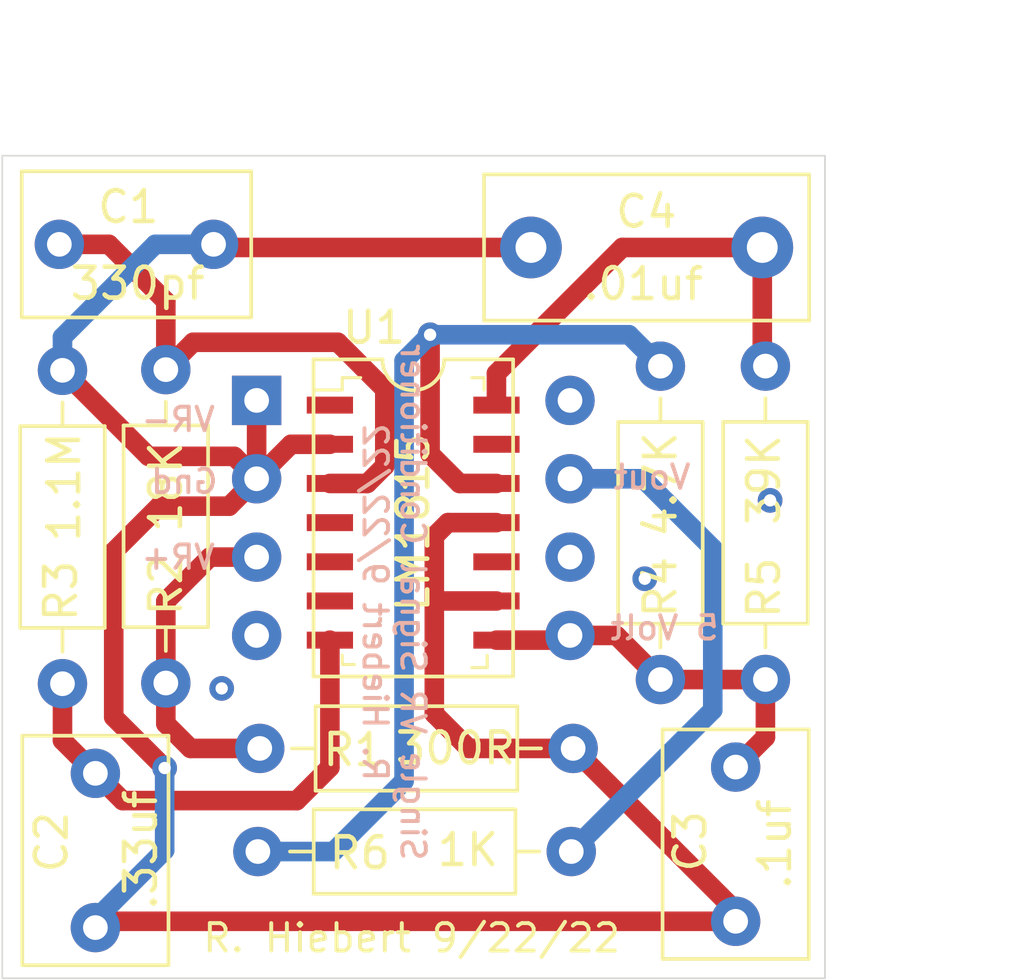
<source format=kicad_pcb>
(kicad_pcb (version 20171130) (host pcbnew "(5.1.6)-1")

  (general
    (thickness 1.6)
    (drawings 13)
    (tracks 85)
    (zones 0)
    (modules 12)
    (nets 18)
  )

  (page A4)
  (layers
    (0 F.Cu signal hide)
    (31 B.Cu signal)
    (32 B.Adhes user)
    (33 F.Adhes user)
    (34 B.Paste user)
    (35 F.Paste user)
    (36 B.SilkS user)
    (37 F.SilkS user)
    (38 B.Mask user)
    (39 F.Mask user)
    (40 Dwgs.User user)
    (41 Cmts.User user)
    (42 Eco1.User user)
    (43 Eco2.User user)
    (44 Edge.Cuts user)
    (45 Margin user)
    (46 B.CrtYd user)
    (47 F.CrtYd user)
    (48 B.Fab user)
    (49 F.Fab user)
  )

  (setup
    (last_trace_width 0.25)
    (user_trace_width 0.254)
    (user_trace_width 0.508)
    (user_trace_width 0.635)
    (user_trace_width 0.762)
    (trace_clearance 0.2)
    (zone_clearance 0.508)
    (zone_45_only no)
    (trace_min 0.2)
    (via_size 0.8)
    (via_drill 0.4)
    (via_min_size 0.4)
    (via_min_drill 0.3)
    (uvia_size 0.3)
    (uvia_drill 0.1)
    (uvias_allowed no)
    (uvia_min_size 0.2)
    (uvia_min_drill 0.1)
    (edge_width 0.05)
    (segment_width 0.2)
    (pcb_text_width 0.3)
    (pcb_text_size 1.5 1.5)
    (mod_edge_width 0.12)
    (mod_text_size 1 1)
    (mod_text_width 0.15)
    (pad_size 1.6 1.6)
    (pad_drill 0.8)
    (pad_to_mask_clearance 0.05)
    (aux_axis_origin 0 0)
    (visible_elements 7FFFF7FF)
    (pcbplotparams
      (layerselection 0x010fc_ffffffff)
      (usegerberextensions false)
      (usegerberattributes true)
      (usegerberadvancedattributes true)
      (creategerberjobfile true)
      (excludeedgelayer true)
      (linewidth 0.100000)
      (plotframeref false)
      (viasonmask false)
      (mode 1)
      (useauxorigin false)
      (hpglpennumber 1)
      (hpglpenspeed 20)
      (hpglpendiameter 15.000000)
      (psnegative false)
      (psa4output false)
      (plotreference true)
      (plotvalue true)
      (plotinvisibletext false)
      (padsonsilk false)
      (subtractmaskfromsilk false)
      (outputformat 1)
      (mirror false)
      (drillshape 0)
      (scaleselection 1)
      (outputdirectory ""))
  )

  (net 0 "")
  (net 1 "Net-(C1-Pad1)")
  (net 2 "Net-(C2-Pad1)")
  (net 3 "Net-(C4-Pad1)")
  (net 4 "Net-(R4-Pad2)")
  (net 5 "Net-(U1-Pad1)")
  (net 6 "Net-(U1-Pad4)")
  (net 7 "Net-(U1-Pad5)")
  (net 8 "Net-(U1-Pad6)")
  (net 9 "Net-(U1-Pad10)")
  (net 10 "Net-(U1-Pad13)")
  (net 11 VR-)
  (net 12 5Volt)
  (net 13 VR+)
  (net 14 Vout)
  (net 15 "Net-(U2-Pad8)")
  (net 16 "Net-(U2-Pad4)")
  (net 17 "Net-(U2-Pad6)")

  (net_class Default "This is the default net class."
    (clearance 0.2)
    (trace_width 0.25)
    (via_dia 0.8)
    (via_drill 0.4)
    (uvia_dia 0.3)
    (uvia_drill 0.1)
    (add_net 5Volt)
    (add_net "Net-(C1-Pad1)")
    (add_net "Net-(C2-Pad1)")
    (add_net "Net-(C4-Pad1)")
    (add_net "Net-(R4-Pad2)")
    (add_net "Net-(U1-Pad1)")
    (add_net "Net-(U1-Pad10)")
    (add_net "Net-(U1-Pad13)")
    (add_net "Net-(U1-Pad4)")
    (add_net "Net-(U1-Pad5)")
    (add_net "Net-(U1-Pad6)")
    (add_net "Net-(U2-Pad4)")
    (add_net "Net-(U2-Pad6)")
    (add_net "Net-(U2-Pad8)")
    (add_net VR+)
    (add_net VR-)
    (add_net Vout)
  )

  (module Package_DIP:DIP-8_W10.16mm (layer F.Cu) (tedit 5A02E8C5) (tstamp 63362CFC)
    (at 133.97484 85.91296)
    (descr "8-lead though-hole mounted DIP package, row spacing 10.16 mm (400 mils)")
    (tags "THT DIP DIL PDIP 2.54mm 10.16mm 400mil")
    (path /63366AA7)
    (fp_text reference U2 (at 3.91668 -5.7658) (layer F.Fab)
      (effects (font (size 1 1) (thickness 0.15)))
    )
    (fp_text value DIP8 (at 3.90652 -4.2418) (layer F.Fab)
      (effects (font (size 1 1) (thickness 0.15)))
    )
    (fp_line (start 11.25 -1.55) (end -1.05 -1.55) (layer F.CrtYd) (width 0.05))
    (fp_line (start 11.25 9.15) (end 11.25 -1.55) (layer F.CrtYd) (width 0.05))
    (fp_line (start -1.05 9.15) (end 11.25 9.15) (layer F.CrtYd) (width 0.05))
    (fp_line (start -1.05 -1.55) (end -1.05 9.15) (layer F.CrtYd) (width 0.05))
    (fp_line (start 8.315 -1.33) (end 6.08 -1.33) (layer F.SilkS) (width 0.12))
    (fp_line (start 8.315 8.95) (end 8.315 -1.33) (layer F.SilkS) (width 0.12))
    (fp_line (start 1.845 8.95) (end 8.315 8.95) (layer F.SilkS) (width 0.12))
    (fp_line (start 1.845 -1.33) (end 1.845 8.95) (layer F.SilkS) (width 0.12))
    (fp_line (start 4.08 -1.33) (end 1.845 -1.33) (layer F.SilkS) (width 0.12))
    (fp_line (start 1.905 -0.27) (end 2.905 -1.27) (layer F.Fab) (width 0.1))
    (fp_line (start 1.905 8.89) (end 1.905 -0.27) (layer F.Fab) (width 0.1))
    (fp_line (start 8.255 8.89) (end 1.905 8.89) (layer F.Fab) (width 0.1))
    (fp_line (start 8.255 -1.27) (end 8.255 8.89) (layer F.Fab) (width 0.1))
    (fp_line (start 2.905 -1.27) (end 8.255 -1.27) (layer F.Fab) (width 0.1))
    (fp_text user %R (at 3.90652 -5.8166) (layer F.Fab)
      (effects (font (size 1 1) (thickness 0.15)))
    )
    (fp_arc (start 5.08 -1.33) (end 4.08 -1.33) (angle -180) (layer F.SilkS) (width 0.12))
    (pad 8 thru_hole oval (at 10.16 0) (size 1.6 1.6) (drill 0.8) (layers *.Cu *.Mask)
      (net 15 "Net-(U2-Pad8)"))
    (pad 4 thru_hole oval (at 0 7.62) (size 1.6 1.6) (drill 0.8) (layers *.Cu *.Mask)
      (net 16 "Net-(U2-Pad4)"))
    (pad 7 thru_hole oval (at 10.16 2.54) (size 1.6 1.6) (drill 0.8) (layers *.Cu *.Mask)
      (net 14 Vout))
    (pad 3 thru_hole oval (at 0 5.08) (size 1.6 1.6) (drill 0.8) (layers *.Cu *.Mask)
      (net 13 VR+))
    (pad 6 thru_hole oval (at 10.16 5.08) (size 1.6 1.6) (drill 0.8) (layers *.Cu *.Mask)
      (net 17 "Net-(U2-Pad6)"))
    (pad 2 thru_hole oval (at 0 2.54) (size 1.6 1.6) (drill 0.8) (layers *.Cu *.Mask)
      (net 11 VR-))
    (pad 5 thru_hole oval (at 10.16 7.62) (size 1.6 1.6) (drill 0.8) (layers *.Cu *.Mask)
      (net 12 5Volt))
    (pad 1 thru_hole rect (at 0 0) (size 1.6 1.6) (drill 0.8) (layers *.Cu *.Mask)
      (net 11 VR-))
    (model ${KISYS3DMOD}/Package_DIP.3dshapes/DIP-8_W10.16mm.wrl
      (at (xyz 0 0 0))
      (scale (xyz 1 1 1))
      (rotate (xyz 0 0 0))
    )
  )

  (module digikey-footprints:SOIC-14_W3.9mm (layer F.Cu) (tedit 632D1A20) (tstamp 632D7554)
    (at 139.04976 89.87536 270)
    (path /632DB4D9)
    (attr smd)
    (fp_text reference U1 (at -6.3246 1.27) (layer F.SilkS)
      (effects (font (size 1 1) (thickness 0.15)))
    )
    (fp_text value LM1815 (at 0 0 270) (layer F.SilkS)
      (effects (font (size 1 1) (thickness 0.15)))
    )
    (fp_line (start 4.65 -3.7) (end 4.65 3.7) (layer F.CrtYd) (width 0.05))
    (fp_line (start -4.65 3.7) (end -4.65 -3.7) (layer F.CrtYd) (width 0.05))
    (fp_line (start -4.65 3.7) (end 4.65 3.7) (layer F.CrtYd) (width 0.05))
    (fp_line (start 4.65 -3.7) (end -4.65 -3.7) (layer F.CrtYd) (width 0.05))
    (fp_line (start 4.3 2.3) (end 4.6 2.3) (layer F.SilkS) (width 0.1))
    (fp_line (start 4.6 2.3) (end 4.6 1.9) (layer F.SilkS) (width 0.1))
    (fp_line (start 4.3 -2.4) (end 4.7 -2.4) (layer F.SilkS) (width 0.1))
    (fp_line (start 4.7 -2.4) (end 4.7 -1.9) (layer F.SilkS) (width 0.1))
    (fp_line (start -4.3 -2.3) (end -4.7 -2.3) (layer F.SilkS) (width 0.1))
    (fp_line (start -4.7 -2.3) (end -4.7 -1.9) (layer F.SilkS) (width 0.1))
    (fp_line (start -4.7 1.7) (end -4.7 2.3) (layer F.SilkS) (width 0.1))
    (fp_line (start -4.7 2.3) (end -4.3 2.3) (layer F.SilkS) (width 0.1))
    (fp_line (start -4.3 2.3) (end -4.3 3.2) (layer F.SilkS) (width 0.1))
    (fp_line (start -4.4 2) (end 4.4 2) (layer F.Fab) (width 0.1))
    (fp_line (start -4.4 -2) (end 4.4 -2) (layer F.Fab) (width 0.1))
    (fp_line (start 4.4 -2) (end 4.4 2) (layer F.Fab) (width 0.1))
    (fp_line (start -4.4 -2) (end -4.4 2) (layer F.Fab) (width 0.1))
    (fp_text user REF** (at 0 0 270) (layer F.Fab)
      (effects (font (size 1 1) (thickness 0.15)))
    )
    (pad 1 smd rect (at -3.81 2.7 270) (size 0.55 1.5) (layers F.Cu F.Paste F.Mask)
      (net 5 "Net-(U1-Pad1)") (solder_mask_margin 0.07))
    (pad 2 smd rect (at -2.54 2.7 270) (size 0.55 1.5) (layers F.Cu F.Paste F.Mask)
      (net 11 VR-) (solder_mask_margin 0.07))
    (pad 3 smd rect (at -1.27 2.7 270) (size 0.55 1.5) (layers F.Cu F.Paste F.Mask)
      (net 1 "Net-(C1-Pad1)") (solder_mask_margin 0.07))
    (pad 4 smd rect (at 0 2.7 270) (size 0.55 1.5) (layers F.Cu F.Paste F.Mask)
      (net 6 "Net-(U1-Pad4)") (solder_mask_margin 0.07))
    (pad 5 smd rect (at 1.27 2.7 270) (size 0.55 1.5) (layers F.Cu F.Paste F.Mask)
      (net 7 "Net-(U1-Pad5)") (solder_mask_margin 0.07))
    (pad 6 smd rect (at 2.54 2.7 270) (size 0.55 1.5) (layers F.Cu F.Paste F.Mask)
      (net 8 "Net-(U1-Pad6)") (solder_mask_margin 0.07))
    (pad 7 smd rect (at 3.81 2.7 270) (size 0.55 1.5) (layers F.Cu F.Paste F.Mask)
      (net 2 "Net-(C2-Pad1)") (solder_mask_margin 0.07))
    (pad 8 smd rect (at 3.81 -2.7 270) (size 0.55 1.5) (layers F.Cu F.Paste F.Mask)
      (net 12 5Volt) (solder_mask_margin 0.07))
    (pad 9 smd rect (at 2.54 -2.7 270) (size 0.55 1.5) (layers F.Cu F.Paste F.Mask)
      (net 11 VR-) (solder_mask_margin 0.07))
    (pad 10 smd rect (at 1.27 -2.7 270) (size 0.55 1.5) (layers F.Cu F.Paste F.Mask)
      (net 9 "Net-(U1-Pad10)") (solder_mask_margin 0.07))
    (pad 11 smd rect (at 0 -2.7 270) (size 0.55 1.5) (layers F.Cu F.Paste F.Mask)
      (net 11 VR-) (solder_mask_margin 0.07))
    (pad 12 smd rect (at -1.27 -2.7 270) (size 0.55 1.5) (layers F.Cu F.Paste F.Mask)
      (net 4 "Net-(R4-Pad2)") (solder_mask_margin 0.07))
    (pad 13 smd rect (at -2.54 -2.7 270) (size 0.55 1.5) (layers F.Cu F.Paste F.Mask)
      (net 10 "Net-(U1-Pad13)") (solder_mask_margin 0.07))
    (pad 14 smd rect (at -3.81 -2.7 270) (size 0.55 1.5) (layers F.Cu F.Paste F.Mask)
      (net 3 "Net-(C4-Pad1)") (solder_mask_margin 0.07))
  )

  (module Capacitor_THT:C_Rect_L7.2mm_W4.5mm_P5.00mm_FKS2_FKP2_MKS2_MKP2 (layer F.Cu) (tedit 5AE50EF0) (tstamp 632D7445)
    (at 127.57912 80.85328)
    (descr "C, Rect series, Radial, pin pitch=5.00mm, , length*width=7.2*4.5mm^2, Capacitor, http://www.wima.com/EN/WIMA_FKS_2.pdf")
    (tags "C Rect series Radial pin pitch 5.00mm  length 7.2mm width 4.5mm Capacitor")
    (path /632DE3E5)
    (fp_text reference C1 (at 2.2352 -1.21412) (layer F.SilkS)
      (effects (font (size 1 1) (thickness 0.15)))
    )
    (fp_text value 330pf (at 2.54 1.27) (layer F.SilkS)
      (effects (font (size 1 1) (thickness 0.15)))
    )
    (fp_line (start 6.35 -2.5) (end -1.35 -2.5) (layer F.CrtYd) (width 0.05))
    (fp_line (start 6.35 2.5) (end 6.35 -2.5) (layer F.CrtYd) (width 0.05))
    (fp_line (start -1.35 2.5) (end 6.35 2.5) (layer F.CrtYd) (width 0.05))
    (fp_line (start -1.35 -2.5) (end -1.35 2.5) (layer F.CrtYd) (width 0.05))
    (fp_line (start 6.22 -2.37) (end 6.22 2.37) (layer F.SilkS) (width 0.12))
    (fp_line (start -1.22 -2.37) (end -1.22 2.37) (layer F.SilkS) (width 0.12))
    (fp_line (start -1.22 2.37) (end 6.22 2.37) (layer F.SilkS) (width 0.12))
    (fp_line (start -1.22 -2.37) (end 6.22 -2.37) (layer F.SilkS) (width 0.12))
    (fp_line (start 6.1 -2.25) (end -1.1 -2.25) (layer F.Fab) (width 0.1))
    (fp_line (start 6.1 2.25) (end 6.1 -2.25) (layer F.Fab) (width 0.1))
    (fp_line (start -1.1 2.25) (end 6.1 2.25) (layer F.Fab) (width 0.1))
    (fp_line (start -1.1 -2.25) (end -1.1 2.25) (layer F.Fab) (width 0.1))
    (fp_text user %R (at 2.286 -1.26492) (layer F.Fab)
      (effects (font (size 1 1) (thickness 0.15)))
    )
    (pad 2 thru_hole circle (at 5 0) (size 1.6 1.6) (drill 0.8) (layers *.Cu *.Mask)
      (net 11 VR-))
    (pad 1 thru_hole circle (at 0 0) (size 1.6 1.6) (drill 0.8) (layers *.Cu *.Mask)
      (net 1 "Net-(C1-Pad1)"))
    (model ${KISYS3DMOD}/Capacitor_THT.3dshapes/C_Rect_L7.2mm_W4.5mm_P5.00mm_FKS2_FKP2_MKS2_MKP2.wrl
      (at (xyz 0 0 0))
      (scale (xyz 1 1 1))
      (rotate (xyz 0 0 0))
    )
  )

  (module Capacitor_THT:C_Rect_L7.2mm_W4.5mm_P5.00mm_FKS2_FKP2_MKS2_MKP2 (layer F.Cu) (tedit 5AE50EF0) (tstamp 632D7458)
    (at 128.74752 98.00336 270)
    (descr "C, Rect series, Radial, pin pitch=5.00mm, , length*width=7.2*4.5mm^2, Capacitor, http://www.wima.com/EN/WIMA_FKS_2.pdf")
    (tags "C Rect series Radial pin pitch 5.00mm  length 7.2mm width 4.5mm Capacitor")
    (path /632D4AA7)
    (fp_text reference C2 (at 2.23012 1.4224 90) (layer F.SilkS)
      (effects (font (size 1 1) (thickness 0.15)))
    )
    (fp_text value .33uf (at 2.48412 -1.4732 90) (layer F.SilkS)
      (effects (font (size 1 1) (thickness 0.15)))
    )
    (fp_line (start -1.1 -2.25) (end -1.1 2.25) (layer F.Fab) (width 0.1))
    (fp_line (start -1.1 2.25) (end 6.1 2.25) (layer F.Fab) (width 0.1))
    (fp_line (start 6.1 2.25) (end 6.1 -2.25) (layer F.Fab) (width 0.1))
    (fp_line (start 6.1 -2.25) (end -1.1 -2.25) (layer F.Fab) (width 0.1))
    (fp_line (start -1.22 -2.37) (end 6.22 -2.37) (layer F.SilkS) (width 0.12))
    (fp_line (start -1.22 2.37) (end 6.22 2.37) (layer F.SilkS) (width 0.12))
    (fp_line (start -1.22 -2.37) (end -1.22 2.37) (layer F.SilkS) (width 0.12))
    (fp_line (start 6.22 -2.37) (end 6.22 2.37) (layer F.SilkS) (width 0.12))
    (fp_line (start -1.35 -2.5) (end -1.35 2.5) (layer F.CrtYd) (width 0.05))
    (fp_line (start -1.35 2.5) (end 6.35 2.5) (layer F.CrtYd) (width 0.05))
    (fp_line (start 6.35 2.5) (end 6.35 -2.5) (layer F.CrtYd) (width 0.05))
    (fp_line (start 6.35 -2.5) (end -1.35 -2.5) (layer F.CrtYd) (width 0.05))
    (fp_text user %R (at 2.23012 1.4224 90) (layer F.Fab)
      (effects (font (size 1 1) (thickness 0.15)))
    )
    (pad 1 thru_hole circle (at 0 0 270) (size 1.6 1.6) (drill 0.8) (layers *.Cu *.Mask)
      (net 2 "Net-(C2-Pad1)"))
    (pad 2 thru_hole circle (at 5 0 270) (size 1.6 1.6) (drill 0.8) (layers *.Cu *.Mask)
      (net 11 VR-))
    (model ${KISYS3DMOD}/Capacitor_THT.3dshapes/C_Rect_L7.2mm_W4.5mm_P5.00mm_FKS2_FKP2_MKS2_MKP2.wrl
      (at (xyz 0 0 0))
      (scale (xyz 1 1 1))
      (rotate (xyz 0 0 0))
    )
  )

  (module Capacitor_THT:C_Rect_L7.2mm_W4.5mm_P5.00mm_FKS2_FKP2_MKS2_MKP2 (layer F.Cu) (tedit 5AE50EF0) (tstamp 632D746B)
    (at 149.5044 97.80016 270)
    (descr "C, Rect series, Radial, pin pitch=5.00mm, , length*width=7.2*4.5mm^2, Capacitor, http://www.wima.com/EN/WIMA_FKS_2.pdf")
    (tags "C Rect series Radial pin pitch 5.00mm  length 7.2mm width 4.5mm Capacitor")
    (path /632EE56A)
    (fp_text reference C3 (at 2.40792 1.4732 90) (layer F.SilkS)
      (effects (font (size 1 1) (thickness 0.15)))
    )
    (fp_text value .1uf (at 2.5 -1.27 90) (layer F.SilkS)
      (effects (font (size 1 1) (thickness 0.15)))
    )
    (fp_line (start -1.1 -2.25) (end -1.1 2.25) (layer F.Fab) (width 0.1))
    (fp_line (start -1.1 2.25) (end 6.1 2.25) (layer F.Fab) (width 0.1))
    (fp_line (start 6.1 2.25) (end 6.1 -2.25) (layer F.Fab) (width 0.1))
    (fp_line (start 6.1 -2.25) (end -1.1 -2.25) (layer F.Fab) (width 0.1))
    (fp_line (start -1.22 -2.37) (end 6.22 -2.37) (layer F.SilkS) (width 0.12))
    (fp_line (start -1.22 2.37) (end 6.22 2.37) (layer F.SilkS) (width 0.12))
    (fp_line (start -1.22 -2.37) (end -1.22 2.37) (layer F.SilkS) (width 0.12))
    (fp_line (start 6.22 -2.37) (end 6.22 2.37) (layer F.SilkS) (width 0.12))
    (fp_line (start -1.35 -2.5) (end -1.35 2.5) (layer F.CrtYd) (width 0.05))
    (fp_line (start -1.35 2.5) (end 6.35 2.5) (layer F.CrtYd) (width 0.05))
    (fp_line (start 6.35 2.5) (end 6.35 -2.5) (layer F.CrtYd) (width 0.05))
    (fp_line (start 6.35 -2.5) (end -1.35 -2.5) (layer F.CrtYd) (width 0.05))
    (fp_text user %R (at 2.45872 1.4224 90) (layer F.Fab)
      (effects (font (size 1 1) (thickness 0.15)))
    )
    (pad 1 thru_hole circle (at 0 0 270) (size 1.6 1.6) (drill 0.8) (layers *.Cu *.Mask)
      (net 12 5Volt))
    (pad 2 thru_hole circle (at 5 0 270) (size 1.6 1.6) (drill 0.8) (layers *.Cu *.Mask)
      (net 11 VR-))
    (model ${KISYS3DMOD}/Capacitor_THT.3dshapes/C_Rect_L7.2mm_W4.5mm_P5.00mm_FKS2_FKP2_MKS2_MKP2.wrl
      (at (xyz 0 0 0))
      (scale (xyz 1 1 1))
      (rotate (xyz 0 0 0))
    )
  )

  (module Capacitor_THT:C_Rect_L10.3mm_W4.5mm_P7.50mm_MKS4 (layer F.Cu) (tedit 5AE50EF0) (tstamp 632D747E)
    (at 150.368 80.95488 180)
    (descr "C, Rect series, Radial, pin pitch=7.50mm, , length*width=10.3*4.5mm^2, Capacitor, http://www.wima.com/EN/WIMA_MKS_4.pdf")
    (tags "C Rect series Radial pin pitch 7.50mm  length 10.3mm width 4.5mm Capacitor")
    (path /632DE79D)
    (fp_text reference C4 (at 3.7592 1.16332) (layer F.SilkS)
      (effects (font (size 1 1) (thickness 0.15)))
    )
    (fp_text value .01uf (at 3.8608 -1.18364) (layer F.SilkS)
      (effects (font (size 1 1) (thickness 0.15)))
    )
    (fp_line (start -1.4 -2.25) (end -1.4 2.25) (layer F.Fab) (width 0.1))
    (fp_line (start -1.4 2.25) (end 8.9 2.25) (layer F.Fab) (width 0.1))
    (fp_line (start 8.9 2.25) (end 8.9 -2.25) (layer F.Fab) (width 0.1))
    (fp_line (start 8.9 -2.25) (end -1.4 -2.25) (layer F.Fab) (width 0.1))
    (fp_line (start -1.52 -2.37) (end 9.02 -2.37) (layer F.SilkS) (width 0.12))
    (fp_line (start -1.52 2.37) (end 9.02 2.37) (layer F.SilkS) (width 0.12))
    (fp_line (start -1.52 -2.37) (end -1.52 2.37) (layer F.SilkS) (width 0.12))
    (fp_line (start 9.02 -2.37) (end 9.02 2.37) (layer F.SilkS) (width 0.12))
    (fp_line (start -1.66 -2.5) (end -1.66 2.5) (layer F.CrtYd) (width 0.05))
    (fp_line (start -1.66 2.5) (end 9.15 2.5) (layer F.CrtYd) (width 0.05))
    (fp_line (start 9.15 2.5) (end 9.15 -2.5) (layer F.CrtYd) (width 0.05))
    (fp_line (start 9.15 -2.5) (end -1.66 -2.5) (layer F.CrtYd) (width 0.05))
    (fp_text user %R (at 3.81 1.10236) (layer F.Fab)
      (effects (font (size 1 1) (thickness 0.15)))
    )
    (pad 1 thru_hole circle (at 0 0 180) (size 2 2) (drill 1) (layers *.Cu *.Mask)
      (net 3 "Net-(C4-Pad1)"))
    (pad 2 thru_hole circle (at 7.5 0 180) (size 2 2) (drill 1) (layers *.Cu *.Mask)
      (net 11 VR-))
    (model ${KISYS3DMOD}/Capacitor_THT.3dshapes/C_Rect_L10.3mm_W4.5mm_P7.50mm_MKS4.wrl
      (at (xyz 0 0 0))
      (scale (xyz 1 1 1))
      (rotate (xyz 0 0 0))
    )
  )

  (module Resistor_THT:R_Axial_DIN0207_L6.3mm_D2.5mm_P10.16mm_Horizontal (layer F.Cu) (tedit 5AE5139B) (tstamp 632D74BD)
    (at 134.07644 97.19564)
    (descr "Resistor, Axial_DIN0207 series, Axial, Horizontal, pin pitch=10.16mm, 0.25W = 1/4W, length*diameter=6.3*2.5mm^2, http://cdn-reichelt.de/documents/datenblatt/B400/1_4W%23YAG.pdf")
    (tags "Resistor Axial_DIN0207 series Axial Horizontal pin pitch 10.16mm 0.25W = 1/4W length 6.3mm diameter 2.5mm")
    (path /632DDFBB)
    (fp_text reference R1 (at 3.04292 0.04572) (layer F.SilkS)
      (effects (font (size 1 1) (thickness 0.15)))
    )
    (fp_text value 300R (at 6.34492 -0.00508) (layer F.SilkS)
      (effects (font (size 1 1) (thickness 0.15)))
    )
    (fp_line (start 11.21 -1.5) (end -1.05 -1.5) (layer F.CrtYd) (width 0.05))
    (fp_line (start 11.21 1.5) (end 11.21 -1.5) (layer F.CrtYd) (width 0.05))
    (fp_line (start -1.05 1.5) (end 11.21 1.5) (layer F.CrtYd) (width 0.05))
    (fp_line (start -1.05 -1.5) (end -1.05 1.5) (layer F.CrtYd) (width 0.05))
    (fp_line (start 9.12 0) (end 8.35 0) (layer F.SilkS) (width 0.12))
    (fp_line (start 1.04 0) (end 1.81 0) (layer F.SilkS) (width 0.12))
    (fp_line (start 8.35 -1.37) (end 1.81 -1.37) (layer F.SilkS) (width 0.12))
    (fp_line (start 8.35 1.37) (end 8.35 -1.37) (layer F.SilkS) (width 0.12))
    (fp_line (start 1.81 1.37) (end 8.35 1.37) (layer F.SilkS) (width 0.12))
    (fp_line (start 1.81 -1.37) (end 1.81 1.37) (layer F.SilkS) (width 0.12))
    (fp_line (start 10.16 0) (end 8.23 0) (layer F.Fab) (width 0.1))
    (fp_line (start 0 0) (end 1.93 0) (layer F.Fab) (width 0.1))
    (fp_line (start 8.23 -1.25) (end 1.93 -1.25) (layer F.Fab) (width 0.1))
    (fp_line (start 8.23 1.25) (end 8.23 -1.25) (layer F.Fab) (width 0.1))
    (fp_line (start 1.93 1.25) (end 8.23 1.25) (layer F.Fab) (width 0.1))
    (fp_line (start 1.93 -1.25) (end 1.93 1.25) (layer F.Fab) (width 0.1))
    (fp_text user %R (at 3.04292 0.04572) (layer F.Fab)
      (effects (font (size 1 1) (thickness 0.15)))
    )
    (pad 2 thru_hole oval (at 10.16 0) (size 1.6 1.6) (drill 0.8) (layers *.Cu *.Mask)
      (net 11 VR-))
    (pad 1 thru_hole circle (at 0 0) (size 1.6 1.6) (drill 0.8) (layers *.Cu *.Mask)
      (net 13 VR+))
    (model ${KISYS3DMOD}/Resistor_THT.3dshapes/R_Axial_DIN0207_L6.3mm_D2.5mm_P10.16mm_Horizontal.wrl
      (at (xyz 0 0 0))
      (scale (xyz 1 1 1))
      (rotate (xyz 0 0 0))
    )
  )

  (module Resistor_THT:R_Axial_DIN0207_L6.3mm_D2.5mm_P10.16mm_Horizontal (layer F.Cu) (tedit 5AE5139B) (tstamp 632D74D4)
    (at 131.03098 84.91474 270)
    (descr "Resistor, Axial_DIN0207 series, Axial, Horizontal, pin pitch=10.16mm, 0.25W = 1/4W, length*diameter=6.3*2.5mm^2, http://cdn-reichelt.de/documents/datenblatt/B400/1_4W%23YAG.pdf")
    (tags "Resistor Axial_DIN0207 series Axial Horizontal pin pitch 10.16mm 0.25W = 1/4W length 6.3mm diameter 2.5mm")
    (path /632DE132)
    (fp_text reference R2 (at 6.985 0 90) (layer F.SilkS)
      (effects (font (size 1 1) (thickness 0.15)))
    )
    (fp_text value 18K (at 3.81 0 90) (layer F.SilkS)
      (effects (font (size 1 1) (thickness 0.15)))
    )
    (fp_line (start 1.93 -1.25) (end 1.93 1.25) (layer F.Fab) (width 0.1))
    (fp_line (start 1.93 1.25) (end 8.23 1.25) (layer F.Fab) (width 0.1))
    (fp_line (start 8.23 1.25) (end 8.23 -1.25) (layer F.Fab) (width 0.1))
    (fp_line (start 8.23 -1.25) (end 1.93 -1.25) (layer F.Fab) (width 0.1))
    (fp_line (start 0 0) (end 1.93 0) (layer F.Fab) (width 0.1))
    (fp_line (start 10.16 0) (end 8.23 0) (layer F.Fab) (width 0.1))
    (fp_line (start 1.81 -1.37) (end 1.81 1.37) (layer F.SilkS) (width 0.12))
    (fp_line (start 1.81 1.37) (end 8.35 1.37) (layer F.SilkS) (width 0.12))
    (fp_line (start 8.35 1.37) (end 8.35 -1.37) (layer F.SilkS) (width 0.12))
    (fp_line (start 8.35 -1.37) (end 1.81 -1.37) (layer F.SilkS) (width 0.12))
    (fp_line (start 1.04 0) (end 1.81 0) (layer F.SilkS) (width 0.12))
    (fp_line (start 9.12 0) (end 8.35 0) (layer F.SilkS) (width 0.12))
    (fp_line (start -1.05 -1.5) (end -1.05 1.5) (layer F.CrtYd) (width 0.05))
    (fp_line (start -1.05 1.5) (end 11.21 1.5) (layer F.CrtYd) (width 0.05))
    (fp_line (start 11.21 1.5) (end 11.21 -1.5) (layer F.CrtYd) (width 0.05))
    (fp_line (start 11.21 -1.5) (end -1.05 -1.5) (layer F.CrtYd) (width 0.05))
    (fp_text user %R (at 6.985 0 90) (layer F.Fab)
      (effects (font (size 1 1) (thickness 0.15)))
    )
    (pad 1 thru_hole circle (at 0 0 270) (size 1.6 1.6) (drill 0.8) (layers *.Cu *.Mask)
      (net 1 "Net-(C1-Pad1)"))
    (pad 2 thru_hole oval (at 10.16 0 270) (size 1.6 1.6) (drill 0.8) (layers *.Cu *.Mask)
      (net 13 VR+))
    (model ${KISYS3DMOD}/Resistor_THT.3dshapes/R_Axial_DIN0207_L6.3mm_D2.5mm_P10.16mm_Horizontal.wrl
      (at (xyz 0 0 0))
      (scale (xyz 1 1 1))
      (rotate (xyz 0 0 0))
    )
  )

  (module Resistor_THT:R_Axial_DIN0207_L6.3mm_D2.5mm_P10.16mm_Horizontal (layer F.Cu) (tedit 5AE5139B) (tstamp 632D74EB)
    (at 127.68072 95.0976 90)
    (descr "Resistor, Axial_DIN0207 series, Axial, Horizontal, pin pitch=10.16mm, 0.25W = 1/4W, length*diameter=6.3*2.5mm^2, http://cdn-reichelt.de/documents/datenblatt/B400/1_4W%23YAG.pdf")
    (tags "Resistor Axial_DIN0207 series Axial Horizontal pin pitch 10.16mm 0.25W = 1/4W length 6.3mm diameter 2.5mm")
    (path /632DE280)
    (fp_text reference R3 (at 3.00736 -0.0508 90) (layer F.SilkS)
      (effects (font (size 1 1) (thickness 0.15)))
    )
    (fp_text value 1.1M (at 6.38048 0.0508 90) (layer F.SilkS)
      (effects (font (size 1 1) (thickness 0.15)))
    )
    (fp_line (start 11.21 -1.5) (end -1.05 -1.5) (layer F.CrtYd) (width 0.05))
    (fp_line (start 11.21 1.5) (end 11.21 -1.5) (layer F.CrtYd) (width 0.05))
    (fp_line (start -1.05 1.5) (end 11.21 1.5) (layer F.CrtYd) (width 0.05))
    (fp_line (start -1.05 -1.5) (end -1.05 1.5) (layer F.CrtYd) (width 0.05))
    (fp_line (start 9.12 0) (end 8.35 0) (layer F.SilkS) (width 0.12))
    (fp_line (start 1.04 0) (end 1.81 0) (layer F.SilkS) (width 0.12))
    (fp_line (start 8.35 -1.37) (end 1.81 -1.37) (layer F.SilkS) (width 0.12))
    (fp_line (start 8.35 1.37) (end 8.35 -1.37) (layer F.SilkS) (width 0.12))
    (fp_line (start 1.81 1.37) (end 8.35 1.37) (layer F.SilkS) (width 0.12))
    (fp_line (start 1.81 -1.37) (end 1.81 1.37) (layer F.SilkS) (width 0.12))
    (fp_line (start 10.16 0) (end 8.23 0) (layer F.Fab) (width 0.1))
    (fp_line (start 0 0) (end 1.93 0) (layer F.Fab) (width 0.1))
    (fp_line (start 8.23 -1.25) (end 1.93 -1.25) (layer F.Fab) (width 0.1))
    (fp_line (start 8.23 1.25) (end 8.23 -1.25) (layer F.Fab) (width 0.1))
    (fp_line (start 1.93 1.25) (end 8.23 1.25) (layer F.Fab) (width 0.1))
    (fp_line (start 1.93 -1.25) (end 1.93 1.25) (layer F.Fab) (width 0.1))
    (fp_text user %R (at 3.08356 -0.0508 90) (layer F.Fab)
      (effects (font (size 1 1) (thickness 0.15)))
    )
    (pad 2 thru_hole oval (at 10.16 0 90) (size 1.6 1.6) (drill 0.8) (layers *.Cu *.Mask)
      (net 11 VR-))
    (pad 1 thru_hole circle (at 0 0 90) (size 1.6 1.6) (drill 0.8) (layers *.Cu *.Mask)
      (net 2 "Net-(C2-Pad1)"))
    (model ${KISYS3DMOD}/Resistor_THT.3dshapes/R_Axial_DIN0207_L6.3mm_D2.5mm_P10.16mm_Horizontal.wrl
      (at (xyz 0 0 0))
      (scale (xyz 1 1 1))
      (rotate (xyz 0 0 0))
    )
  )

  (module Resistor_THT:R_Axial_DIN0207_L6.3mm_D2.5mm_P10.16mm_Horizontal (layer F.Cu) (tedit 5AE5139B) (tstamp 632D7502)
    (at 147.066 94.96298 90)
    (descr "Resistor, Axial_DIN0207 series, Axial, Horizontal, pin pitch=10.16mm, 0.25W = 1/4W, length*diameter=6.3*2.5mm^2, http://cdn-reichelt.de/documents/datenblatt/B400/1_4W%23YAG.pdf")
    (tags "Resistor Axial_DIN0207 series Axial Horizontal pin pitch 10.16mm 0.25W = 1/4W length 6.3mm diameter 2.5mm")
    (path /632DDE4F)
    (fp_text reference R4 (at 2.99466 0 90) (layer F.SilkS)
      (effects (font (size 1 1) (thickness 0.15)))
    )
    (fp_text value 4.7K (at 6.32206 0 90) (layer F.SilkS)
      (effects (font (size 1 1) (thickness 0.15)))
    )
    (fp_line (start 1.93 -1.25) (end 1.93 1.25) (layer F.Fab) (width 0.1))
    (fp_line (start 1.93 1.25) (end 8.23 1.25) (layer F.Fab) (width 0.1))
    (fp_line (start 8.23 1.25) (end 8.23 -1.25) (layer F.Fab) (width 0.1))
    (fp_line (start 8.23 -1.25) (end 1.93 -1.25) (layer F.Fab) (width 0.1))
    (fp_line (start 0 0) (end 1.93 0) (layer F.Fab) (width 0.1))
    (fp_line (start 10.16 0) (end 8.23 0) (layer F.Fab) (width 0.1))
    (fp_line (start 1.81 -1.37) (end 1.81 1.37) (layer F.SilkS) (width 0.12))
    (fp_line (start 1.81 1.37) (end 8.35 1.37) (layer F.SilkS) (width 0.12))
    (fp_line (start 8.35 1.37) (end 8.35 -1.37) (layer F.SilkS) (width 0.12))
    (fp_line (start 8.35 -1.37) (end 1.81 -1.37) (layer F.SilkS) (width 0.12))
    (fp_line (start 1.04 0) (end 1.81 0) (layer F.SilkS) (width 0.12))
    (fp_line (start 9.12 0) (end 8.35 0) (layer F.SilkS) (width 0.12))
    (fp_line (start -1.05 -1.5) (end -1.05 1.5) (layer F.CrtYd) (width 0.05))
    (fp_line (start -1.05 1.5) (end 11.21 1.5) (layer F.CrtYd) (width 0.05))
    (fp_line (start 11.21 1.5) (end 11.21 -1.5) (layer F.CrtYd) (width 0.05))
    (fp_line (start 11.21 -1.5) (end -1.05 -1.5) (layer F.CrtYd) (width 0.05))
    (fp_text user %R (at 2.99466 0.0508 90) (layer F.Fab)
      (effects (font (size 1 1) (thickness 0.15)))
    )
    (pad 1 thru_hole circle (at 0 0 90) (size 1.6 1.6) (drill 0.8) (layers *.Cu *.Mask)
      (net 12 5Volt))
    (pad 2 thru_hole oval (at 10.16 0 90) (size 1.6 1.6) (drill 0.8) (layers *.Cu *.Mask)
      (net 4 "Net-(R4-Pad2)"))
    (model ${KISYS3DMOD}/Resistor_THT.3dshapes/R_Axial_DIN0207_L6.3mm_D2.5mm_P10.16mm_Horizontal.wrl
      (at (xyz 0 0 0))
      (scale (xyz 1 1 1))
      (rotate (xyz 0 0 0))
    )
  )

  (module Resistor_THT:R_Axial_DIN0207_L6.3mm_D2.5mm_P10.16mm_Horizontal (layer F.Cu) (tedit 5AE5139B) (tstamp 632D7519)
    (at 150.4696 94.96044 90)
    (descr "Resistor, Axial_DIN0207 series, Axial, Horizontal, pin pitch=10.16mm, 0.25W = 1/4W, length*diameter=6.3*2.5mm^2, http://cdn-reichelt.de/documents/datenblatt/B400/1_4W%23YAG.pdf")
    (tags "Resistor Axial_DIN0207 series Axial Horizontal pin pitch 10.16mm 0.25W = 1/4W length 6.3mm diameter 2.5mm")
    (path /632D52CD)
    (fp_text reference R5 (at 2.9718 -0.0508 90) (layer F.SilkS)
      (effects (font (size 1 1) (thickness 0.15)))
    )
    (fp_text value 39K (at 6.47192 -0.0508 90) (layer F.SilkS)
      (effects (font (size 1 1) (thickness 0.15)))
    )
    (fp_line (start 1.93 -1.25) (end 1.93 1.25) (layer F.Fab) (width 0.1))
    (fp_line (start 1.93 1.25) (end 8.23 1.25) (layer F.Fab) (width 0.1))
    (fp_line (start 8.23 1.25) (end 8.23 -1.25) (layer F.Fab) (width 0.1))
    (fp_line (start 8.23 -1.25) (end 1.93 -1.25) (layer F.Fab) (width 0.1))
    (fp_line (start 0 0) (end 1.93 0) (layer F.Fab) (width 0.1))
    (fp_line (start 10.16 0) (end 8.23 0) (layer F.Fab) (width 0.1))
    (fp_line (start 1.81 -1.37) (end 1.81 1.37) (layer F.SilkS) (width 0.12))
    (fp_line (start 1.81 1.37) (end 8.35 1.37) (layer F.SilkS) (width 0.12))
    (fp_line (start 8.35 1.37) (end 8.35 -1.37) (layer F.SilkS) (width 0.12))
    (fp_line (start 8.35 -1.37) (end 1.81 -1.37) (layer F.SilkS) (width 0.12))
    (fp_line (start 1.04 0) (end 1.81 0) (layer F.SilkS) (width 0.12))
    (fp_line (start 9.12 0) (end 8.35 0) (layer F.SilkS) (width 0.12))
    (fp_line (start -1.05 -1.5) (end -1.05 1.5) (layer F.CrtYd) (width 0.05))
    (fp_line (start -1.05 1.5) (end 11.21 1.5) (layer F.CrtYd) (width 0.05))
    (fp_line (start 11.21 1.5) (end 11.21 -1.5) (layer F.CrtYd) (width 0.05))
    (fp_line (start 11.21 -1.5) (end -1.05 -1.5) (layer F.CrtYd) (width 0.05))
    (fp_text user %R (at 2.9718 0 90) (layer F.Fab)
      (effects (font (size 1 1) (thickness 0.15)))
    )
    (pad 1 thru_hole circle (at 0 0 90) (size 1.6 1.6) (drill 0.8) (layers *.Cu *.Mask)
      (net 12 5Volt))
    (pad 2 thru_hole oval (at 10.16 0 90) (size 1.6 1.6) (drill 0.8) (layers *.Cu *.Mask)
      (net 3 "Net-(C4-Pad1)"))
    (model ${KISYS3DMOD}/Resistor_THT.3dshapes/R_Axial_DIN0207_L6.3mm_D2.5mm_P10.16mm_Horizontal.wrl
      (at (xyz 0 0 0))
      (scale (xyz 1 1 1))
      (rotate (xyz 0 0 0))
    )
  )

  (module Resistor_THT:R_Axial_DIN0207_L6.3mm_D2.5mm_P10.16mm_Horizontal (layer F.Cu) (tedit 5AE5139B) (tstamp 632D7530)
    (at 144.17548 100.53828 180)
    (descr "Resistor, Axial_DIN0207 series, Axial, Horizontal, pin pitch=10.16mm, 0.25W = 1/4W, length*diameter=6.3*2.5mm^2, http://cdn-reichelt.de/documents/datenblatt/B400/1_4W%23YAG.pdf")
    (tags "Resistor Axial_DIN0207 series Axial Horizontal pin pitch 10.16mm 0.25W = 1/4W length 6.3mm diameter 2.5mm")
    (path /632DD461)
    (fp_text reference R6 (at 6.85292 -0.0508) (layer F.SilkS)
      (effects (font (size 1 1) (thickness 0.15)))
    )
    (fp_text value 1K (at 3.3528 0.0508) (layer F.SilkS)
      (effects (font (size 1 1) (thickness 0.15)))
    )
    (fp_line (start 11.21 -1.5) (end -1.05 -1.5) (layer F.CrtYd) (width 0.05))
    (fp_line (start 11.21 1.5) (end 11.21 -1.5) (layer F.CrtYd) (width 0.05))
    (fp_line (start -1.05 1.5) (end 11.21 1.5) (layer F.CrtYd) (width 0.05))
    (fp_line (start -1.05 -1.5) (end -1.05 1.5) (layer F.CrtYd) (width 0.05))
    (fp_line (start 9.12 0) (end 8.35 0) (layer F.SilkS) (width 0.12))
    (fp_line (start 1.04 0) (end 1.81 0) (layer F.SilkS) (width 0.12))
    (fp_line (start 8.35 -1.37) (end 1.81 -1.37) (layer F.SilkS) (width 0.12))
    (fp_line (start 8.35 1.37) (end 8.35 -1.37) (layer F.SilkS) (width 0.12))
    (fp_line (start 1.81 1.37) (end 8.35 1.37) (layer F.SilkS) (width 0.12))
    (fp_line (start 1.81 -1.37) (end 1.81 1.37) (layer F.SilkS) (width 0.12))
    (fp_line (start 10.16 0) (end 8.23 0) (layer F.Fab) (width 0.1))
    (fp_line (start 0 0) (end 1.93 0) (layer F.Fab) (width 0.1))
    (fp_line (start 8.23 -1.25) (end 1.93 -1.25) (layer F.Fab) (width 0.1))
    (fp_line (start 8.23 1.25) (end 8.23 -1.25) (layer F.Fab) (width 0.1))
    (fp_line (start 1.93 1.25) (end 8.23 1.25) (layer F.Fab) (width 0.1))
    (fp_line (start 1.93 -1.25) (end 1.93 1.25) (layer F.Fab) (width 0.1))
    (fp_text user %R (at 6.85292 -0.0508) (layer F.Fab)
      (effects (font (size 1 1) (thickness 0.15)))
    )
    (pad 2 thru_hole oval (at 10.16 0 180) (size 1.6 1.6) (drill 0.8) (layers *.Cu *.Mask)
      (net 4 "Net-(R4-Pad2)"))
    (pad 1 thru_hole circle (at 0 0 180) (size 1.6 1.6) (drill 0.8) (layers *.Cu *.Mask)
      (net 14 Vout))
    (model ${KISYS3DMOD}/Resistor_THT.3dshapes/R_Axial_DIN0207_L6.3mm_D2.5mm_P10.16mm_Horizontal.wrl
      (at (xyz 0 0 0))
      (scale (xyz 1 1 1))
      (rotate (xyz 0 0 0))
    )
  )

  (gr_text VR- (at 131.42976 86.53272) (layer B.SilkS) (tstamp 63377787)
    (effects (font (size 0.762 0.762) (thickness 0.127)) (justify mirror))
  )
  (gr_text Gnd (at 131.63296 88.54186) (layer B.SilkS) (tstamp 63377787)
    (effects (font (size 0.762 0.762) (thickness 0.127)) (justify mirror))
  )
  (gr_text VR+ (at 131.42976 90.99804) (layer B.SilkS) (tstamp 63377787)
    (effects (font (size 0.762 0.762) (thickness 0.127)) (justify mirror))
  )
  (gr_text "Vout\n" (at 146.79676 88.39962) (layer B.SilkS) (tstamp 63377787)
    (effects (font (size 0.762 0.762) (thickness 0.127)) (justify mirror))
  )
  (gr_text "5 Volt" (at 147.20062 93.28912) (layer B.SilkS)
    (effects (font (size 0.762 0.762) (thickness 0.127)) (justify mirror))
  )
  (dimension 26.67 (width 0.15) (layer Dwgs.User)
    (gr_text "26.670 mm" (at 157.51 91.313 270) (layer Dwgs.User)
      (effects (font (size 1 1) (thickness 0.15)))
    )
    (feature1 (pts (xy 152.4 104.648) (xy 156.796421 104.648)))
    (feature2 (pts (xy 152.4 77.978) (xy 156.796421 77.978)))
    (crossbar (pts (xy 156.21 77.978) (xy 156.21 104.648)))
    (arrow1a (pts (xy 156.21 104.648) (xy 155.623579 103.521496)))
    (arrow1b (pts (xy 156.21 104.648) (xy 156.796421 103.521496)))
    (arrow2a (pts (xy 156.21 77.978) (xy 155.623579 79.104504)))
    (arrow2b (pts (xy 156.21 77.978) (xy 156.796421 79.104504)))
  )
  (dimension 26.67 (width 0.15) (layer Dwgs.User)
    (gr_text "26.670 mm" (at 139.065 73.63) (layer Dwgs.User)
      (effects (font (size 1 1) (thickness 0.15)))
    )
    (feature1 (pts (xy 152.4 77.978) (xy 152.4 74.343579)))
    (feature2 (pts (xy 125.73 77.978) (xy 125.73 74.343579)))
    (crossbar (pts (xy 125.73 74.93) (xy 152.4 74.93)))
    (arrow1a (pts (xy 152.4 74.93) (xy 151.273496 75.516421)))
    (arrow1b (pts (xy 152.4 74.93) (xy 151.273496 74.343579)))
    (arrow2a (pts (xy 125.73 74.93) (xy 126.856504 75.516421)))
    (arrow2b (pts (xy 125.73 74.93) (xy 126.856504 74.343579)))
  )
  (gr_line (start 125.73 104.648) (end 125.73 77.978) (layer Edge.Cuts) (width 0.05) (tstamp 633608DB))
  (gr_line (start 152.4 104.648) (end 125.73 104.648) (layer Edge.Cuts) (width 0.05))
  (gr_line (start 152.4 77.978) (end 152.4 104.648) (layer Edge.Cuts) (width 0.05))
  (gr_line (start 125.73 77.978) (end 152.4 77.978) (layer Edge.Cuts) (width 0.05))
  (gr_text "Single VR Signal Conditioner\nR. Hiebert 9/22/22" (at 138.43 92.456 270) (layer B.SilkS)
    (effects (font (size 0.762 0.762) (thickness 0.127)) (justify mirror))
  )
  (gr_text "R. Hiebert 9/22/22" (at 138.99896 103.34244) (layer F.SilkS)
    (effects (font (size 0.889 0.889) (thickness 0.127)))
  )

  (segment (start 136.34976 88.60536) (end 137.56132 88.60536) (width 0.635) (layer F.Cu) (net 1))
  (segment (start 137.56132 88.60536) (end 138.13028 88.0364) (width 0.635) (layer F.Cu) (net 1))
  (segment (start 138.13028 88.0364) (end 138.13028 85.55228) (width 0.635) (layer F.Cu) (net 1))
  (segment (start 138.13028 85.55228) (end 136.60628 84.02828) (width 0.635) (layer F.Cu) (net 1))
  (segment (start 131.91744 84.02828) (end 131.03098 84.91474) (width 0.635) (layer F.Cu) (net 1))
  (segment (start 136.60628 84.02828) (end 131.91744 84.02828) (width 0.635) (layer F.Cu) (net 1))
  (segment (start 127.57912 80.85328) (end 129.1844 80.85328) (width 0.635) (layer F.Cu) (net 1))
  (segment (start 131.03098 82.69986) (end 131.03098 84.91474) (width 0.635) (layer F.Cu) (net 1))
  (segment (start 129.1844 80.85328) (end 131.03098 82.69986) (width 0.635) (layer F.Cu) (net 1))
  (segment (start 136.34976 93.68536) (end 136.34976 97.81284) (width 0.635) (layer F.Cu) (net 2))
  (segment (start 136.34976 97.81284) (end 135.27532 98.88728) (width 0.635) (layer F.Cu) (net 2))
  (segment (start 129.63144 98.88728) (end 128.74752 98.00336) (width 0.635) (layer F.Cu) (net 2))
  (segment (start 135.27532 98.88728) (end 129.63144 98.88728) (width 0.635) (layer F.Cu) (net 2))
  (segment (start 127.68072 96.93656) (end 128.74752 98.00336) (width 0.635) (layer F.Cu) (net 2))
  (segment (start 127.68072 95.0976) (end 127.68072 96.93656) (width 0.635) (layer F.Cu) (net 2))
  (segment (start 141.74976 86.06536) (end 142.22476 86.06536) (width 0.381) (layer F.Cu) (net 3))
  (segment (start 141.74976 86.06536) (end 141.74976 85.90536) (width 0.508) (layer F.Cu) (net 3))
  (segment (start 150.368 84.69884) (end 150.4696 84.80044) (width 0.635) (layer F.Cu) (net 3))
  (segment (start 150.368 80.95488) (end 150.368 84.69884) (width 0.635) (layer F.Cu) (net 3))
  (segment (start 150.368 80.95488) (end 145.83156 80.95488) (width 0.635) (layer F.Cu) (net 3))
  (segment (start 141.74976 85.03668) (end 141.74976 85.90536) (width 0.635) (layer F.Cu) (net 3))
  (segment (start 145.83156 80.95488) (end 141.74976 85.03668) (width 0.635) (layer F.Cu) (net 3))
  (segment (start 141.74976 88.60536) (end 140.55344 88.60536) (width 0.635) (layer F.Cu) (net 4))
  (via (at 139.5984 83.78444) (size 0.8) (drill 0.4) (layers F.Cu B.Cu) (net 4))
  (segment (start 140.55344 88.60536) (end 139.5984 87.65032) (width 0.635) (layer F.Cu) (net 4))
  (segment (start 139.5984 87.65032) (end 139.5984 83.78444) (width 0.635) (layer F.Cu) (net 4))
  (segment (start 146.04746 83.78444) (end 147.066 84.80298) (width 0.635) (layer B.Cu) (net 4))
  (segment (start 139.5984 83.78444) (end 146.04746 83.78444) (width 0.635) (layer B.Cu) (net 4))
  (segment (start 134.01548 100.53828) (end 136.46912 100.53828) (width 0.635) (layer B.Cu) (net 4))
  (segment (start 136.46912 100.53828) (end 138.75512 98.25228) (width 0.635) (layer B.Cu) (net 4))
  (segment (start 138.75512 84.62772) (end 139.5984 83.78444) (width 0.635) (layer B.Cu) (net 4))
  (segment (start 138.75512 98.25228) (end 138.75512 84.62772) (width 0.635) (layer B.Cu) (net 4))
  (segment (start 135.09244 87.33536) (end 133.97484 88.45296) (width 0.635) (layer F.Cu) (net 11))
  (segment (start 136.34976 87.33536) (end 135.09244 87.33536) (width 0.635) (layer F.Cu) (net 11))
  (segment (start 141.74976 89.87536) (end 140.17752 89.87536) (width 0.635) (layer F.Cu) (net 11))
  (segment (start 140.17752 89.87536) (end 139.73556 90.31732) (width 0.635) (layer F.Cu) (net 11))
  (segment (start 140.85316 97.19564) (end 144.23644 97.19564) (width 0.635) (layer F.Cu) (net 11))
  (segment (start 139.73556 96.07804) (end 140.85316 97.19564) (width 0.635) (layer F.Cu) (net 11))
  (segment (start 139.83208 92.41536) (end 139.73556 92.31884) (width 0.635) (layer F.Cu) (net 11))
  (segment (start 139.73556 90.31732) (end 139.73556 92.31884) (width 0.635) (layer F.Cu) (net 11))
  (segment (start 141.74976 92.41536) (end 139.83208 92.41536) (width 0.635) (layer F.Cu) (net 11))
  (segment (start 139.73556 92.31884) (end 139.73556 96.07804) (width 0.635) (layer F.Cu) (net 11))
  (segment (start 132.68072 80.95488) (end 132.57912 80.85328) (width 0.635) (layer F.Cu) (net 11))
  (segment (start 142.868 80.95488) (end 132.68072 80.95488) (width 0.635) (layer F.Cu) (net 11))
  (segment (start 149.5044 102.4636) (end 149.5044 102.80016) (width 0.635) (layer F.Cu) (net 11))
  (segment (start 144.23644 97.19564) (end 149.5044 102.4636) (width 0.635) (layer F.Cu) (net 11))
  (segment (start 128.95072 102.80016) (end 128.74752 103.00336) (width 0.635) (layer F.Cu) (net 11))
  (segment (start 149.5044 102.80016) (end 128.95072 102.80016) (width 0.635) (layer F.Cu) (net 11))
  (segment (start 132.57912 80.85328) (end 130.68808 80.85328) (width 0.635) (layer B.Cu) (net 11))
  (segment (start 127.68072 83.86064) (end 127.68072 84.9376) (width 0.635) (layer B.Cu) (net 11))
  (segment (start 130.68808 80.85328) (end 127.68072 83.86064) (width 0.635) (layer B.Cu) (net 11))
  (segment (start 127.68072 84.9376) (end 130.46964 87.72652) (width 0.635) (layer F.Cu) (net 11))
  (segment (start 133.2484 87.72652) (end 133.97484 88.45296) (width 0.635) (layer F.Cu) (net 11))
  (segment (start 130.46964 87.72652) (end 133.2484 87.72652) (width 0.635) (layer F.Cu) (net 11))
  (segment (start 133.97484 88.45296) (end 133.08584 89.34196) (width 0.635) (layer F.Cu) (net 11))
  (segment (start 133.08584 89.34196) (end 130.81508 89.34196) (width 0.635) (layer F.Cu) (net 11))
  (segment (start 130.81508 89.34196) (end 129.34188 90.81516) (width 0.635) (layer F.Cu) (net 11))
  (via (at 130.99288 97.83064) (size 0.8) (drill 0.4) (layers F.Cu B.Cu) (net 11))
  (segment (start 129.34188 90.81516) (end 129.34188 96.17964) (width 0.635) (layer F.Cu) (net 11))
  (segment (start 129.34188 96.17964) (end 130.99288 97.83064) (width 0.635) (layer F.Cu) (net 11))
  (segment (start 130.99288 97.83064) (end 130.99288 100.49764) (width 0.635) (layer B.Cu) (net 11))
  (segment (start 128.74752 102.743) (end 128.74752 103.00336) (width 0.635) (layer B.Cu) (net 11))
  (segment (start 130.99288 100.49764) (end 128.74752 102.743) (width 0.635) (layer B.Cu) (net 11))
  (segment (start 133.97484 85.91296) (end 133.97484 88.45296) (width 0.635) (layer F.Cu) (net 11))
  (via (at 132.842 95.25) (size 0.8) (drill 0.4) (layers F.Cu B.Cu) (net 11))
  (via (at 146.558 91.694) (size 0.8) (drill 0.4) (layers F.Cu B.Cu) (net 11))
  (via (at 150.622 89.154) (size 0.8) (drill 0.4) (layers F.Cu B.Cu) (net 11))
  (segment (start 143.98244 93.68536) (end 144.13484 93.53296) (width 0.635) (layer F.Cu) (net 12))
  (segment (start 141.74976 93.68536) (end 143.98244 93.68536) (width 0.635) (layer F.Cu) (net 12))
  (segment (start 145.63598 93.53296) (end 147.066 94.96298) (width 0.635) (layer F.Cu) (net 12))
  (segment (start 144.13484 93.53296) (end 145.63598 93.53296) (width 0.635) (layer F.Cu) (net 12))
  (segment (start 150.46706 94.96298) (end 150.4696 94.96044) (width 0.635) (layer F.Cu) (net 12))
  (segment (start 147.066 94.96298) (end 150.46706 94.96298) (width 0.635) (layer F.Cu) (net 12))
  (segment (start 150.4696 96.83496) (end 149.5044 97.80016) (width 0.635) (layer F.Cu) (net 12))
  (segment (start 150.4696 94.96044) (end 150.4696 96.83496) (width 0.635) (layer F.Cu) (net 12))
  (segment (start 133.97484 90.99296) (end 132.461 90.99296) (width 0.635) (layer F.Cu) (net 13))
  (segment (start 131.03098 92.42298) (end 131.03098 95.07474) (width 0.635) (layer F.Cu) (net 13))
  (segment (start 132.461 90.99296) (end 131.03098 92.42298) (width 0.635) (layer F.Cu) (net 13))
  (segment (start 131.03098 95.07474) (end 131.03098 96.39554) (width 0.635) (layer F.Cu) (net 13))
  (segment (start 131.83108 97.19564) (end 134.07644 97.19564) (width 0.635) (layer F.Cu) (net 13))
  (segment (start 131.03098 96.39554) (end 131.83108 97.19564) (width 0.635) (layer F.Cu) (net 13))
  (segment (start 144.13484 88.45296) (end 146.5072 88.45296) (width 0.635) (layer B.Cu) (net 14))
  (segment (start 146.5072 88.45296) (end 148.76272 90.70848) (width 0.635) (layer B.Cu) (net 14))
  (segment (start 148.76272 95.95104) (end 144.17548 100.53828) (width 0.635) (layer B.Cu) (net 14))
  (segment (start 148.76272 90.70848) (end 148.76272 95.95104) (width 0.635) (layer B.Cu) (net 14))

  (zone (net 11) (net_name VR-) (layer F.Cu) (tstamp 63377969) (hatch edge 0.508)
    (connect_pads (clearance 0.508))
    (min_thickness 0.254)
    (fill (arc_segments 32) (thermal_gap 0.508) (thermal_bridge_width 0.508))
    (polygon
      (pts
        (xy 152.4 104.648) (xy 125.73 104.648) (xy 125.73 77.978) (xy 152.4 77.978)
      )
    )
  )
  (zone (net 11) (net_name VR-) (layer B.Cu) (tstamp 63377966) (hatch edge 0.508)
    (connect_pads (clearance 0.508))
    (min_thickness 0.254)
    (fill (arc_segments 32) (thermal_gap 0.508) (thermal_bridge_width 0.508))
    (polygon
      (pts
        (xy 152.4 104.648) (xy 125.73 104.648) (xy 125.73 77.978) (xy 152.4 77.978)
      )
    )
  )
)

</source>
